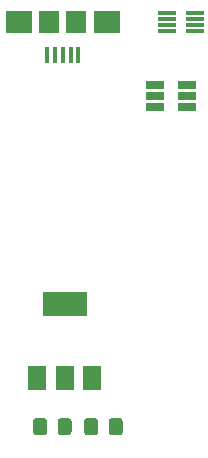
<source format=gbr>
%TF.GenerationSoftware,KiCad,Pcbnew,5.1.10-88a1d61d58~90~ubuntu20.04.1*%
%TF.CreationDate,2021-09-30T19:26:00-03:00*%
%TF.ProjectId,project,70726f6a-6563-4742-9e6b-696361645f70,v1.5*%
%TF.SameCoordinates,Original*%
%TF.FileFunction,Paste,Top*%
%TF.FilePolarity,Positive*%
%FSLAX46Y46*%
G04 Gerber Fmt 4.6, Leading zero omitted, Abs format (unit mm)*
G04 Created by KiCad (PCBNEW 5.1.10-88a1d61d58~90~ubuntu20.04.1) date 2021-09-30 19:26:00*
%MOMM*%
%LPD*%
G01*
G04 APERTURE LIST*
%ADD10R,1.500000X2.000000*%
%ADD11R,3.800000X2.000000*%
%ADD12R,0.400000X1.400000*%
%ADD13R,2.300000X1.900000*%
%ADD14R,1.800000X1.900000*%
%ADD15R,1.500000X0.300000*%
%ADD16R,1.560000X0.650000*%
G04 APERTURE END LIST*
%TO.C,C2*%
G36*
G01*
X125237500Y-88475000D02*
X125237500Y-87525000D01*
G75*
G02*
X125487500Y-87275000I250000J0D01*
G01*
X126162500Y-87275000D01*
G75*
G02*
X126412500Y-87525000I0J-250000D01*
G01*
X126412500Y-88475000D01*
G75*
G02*
X126162500Y-88725000I-250000J0D01*
G01*
X125487500Y-88725000D01*
G75*
G02*
X125237500Y-88475000I0J250000D01*
G01*
G37*
G36*
G01*
X123162500Y-88475000D02*
X123162500Y-87525000D01*
G75*
G02*
X123412500Y-87275000I250000J0D01*
G01*
X124087500Y-87275000D01*
G75*
G02*
X124337500Y-87525000I0J-250000D01*
G01*
X124337500Y-88475000D01*
G75*
G02*
X124087500Y-88725000I-250000J0D01*
G01*
X123412500Y-88725000D01*
G75*
G02*
X123162500Y-88475000I0J250000D01*
G01*
G37*
%TD*%
D10*
%TO.C,U3*%
X119200000Y-83900000D03*
X123800000Y-83900000D03*
X121500000Y-83900000D03*
D11*
X121500000Y-77600000D03*
%TD*%
%TO.C,C3*%
G36*
G01*
X120012500Y-87525000D02*
X120012500Y-88475000D01*
G75*
G02*
X119762500Y-88725000I-250000J0D01*
G01*
X119087500Y-88725000D01*
G75*
G02*
X118837500Y-88475000I0J250000D01*
G01*
X118837500Y-87525000D01*
G75*
G02*
X119087500Y-87275000I250000J0D01*
G01*
X119762500Y-87275000D01*
G75*
G02*
X120012500Y-87525000I0J-250000D01*
G01*
G37*
G36*
G01*
X122087500Y-87525000D02*
X122087500Y-88475000D01*
G75*
G02*
X121837500Y-88725000I-250000J0D01*
G01*
X121162500Y-88725000D01*
G75*
G02*
X120912500Y-88475000I0J250000D01*
G01*
X120912500Y-87525000D01*
G75*
G02*
X121162500Y-87275000I250000J0D01*
G01*
X121837500Y-87275000D01*
G75*
G02*
X122087500Y-87525000I0J-250000D01*
G01*
G37*
%TD*%
D12*
%TO.C,J8*%
X122650000Y-56550000D03*
X122000000Y-56550000D03*
X121350000Y-56550000D03*
X120700000Y-56550000D03*
X120050000Y-56550000D03*
D13*
X125100000Y-53700000D03*
X117600000Y-53700000D03*
D14*
X122500000Y-53700000D03*
X120200000Y-53700000D03*
%TD*%
D15*
%TO.C,U2*%
X132500000Y-53000000D03*
X132500000Y-53500000D03*
X132500000Y-54000000D03*
X132500000Y-54500000D03*
X130200000Y-54500000D03*
X130200000Y-54000000D03*
X130200000Y-53500000D03*
X130200000Y-53000000D03*
%TD*%
D16*
%TO.C,U4*%
X131850000Y-60000000D03*
X131850000Y-59050000D03*
X131850000Y-60950000D03*
X129150000Y-60950000D03*
X129150000Y-60000000D03*
X129150000Y-59050000D03*
%TD*%
M02*

</source>
